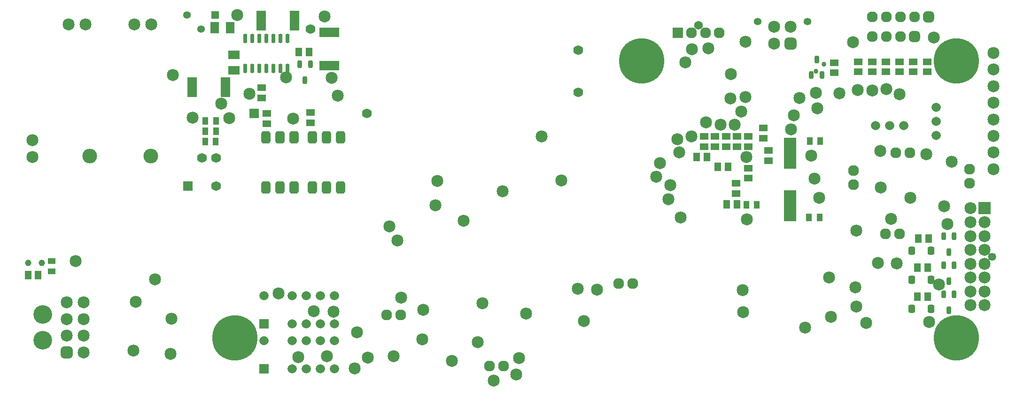
<source format=gbs>
G04*
G04 #@! TF.GenerationSoftware,Altium Limited,Altium Designer,22.11.1 (43)*
G04*
G04 Layer_Color=16711935*
%FSLAX44Y44*%
%MOMM*%
G71*
G04*
G04 #@! TF.SameCoordinates,CE3EE1F7-2002-4A30-8AAF-CFD3FAF0E8B6*
G04*
G04*
G04 #@! TF.FilePolarity,Negative*
G04*
G01*
G75*
%ADD44R,1.3100X1.5100*%
%ADD45R,1.5100X1.3100*%
%ADD46R,1.4600X1.0600*%
%ADD50R,1.0600X1.4600*%
G04:AMPARAMS|DCode=55|XSize=0.81mm|YSize=1.41mm|CornerRadius=0.2425mm|HoleSize=0mm|Usage=FLASHONLY|Rotation=180.000|XOffset=0mm|YOffset=0mm|HoleType=Round|Shape=RoundedRectangle|*
%AMROUNDEDRECTD55*
21,1,0.8100,0.9250,0,0,180.0*
21,1,0.3250,1.4100,0,0,180.0*
1,1,0.4850,-0.1625,0.4625*
1,1,0.4850,0.1625,0.4625*
1,1,0.4850,0.1625,-0.4625*
1,1,0.4850,-0.1625,-0.4625*
%
%ADD55ROUNDEDRECTD55*%
G04:AMPARAMS|DCode=66|XSize=1.46mm|YSize=1.26mm|CornerRadius=0.355mm|HoleSize=0mm|Usage=FLASHONLY|Rotation=90.000|XOffset=0mm|YOffset=0mm|HoleType=Round|Shape=RoundedRectangle|*
%AMROUNDEDRECTD66*
21,1,1.4600,0.5500,0,0,90.0*
21,1,0.7500,1.2600,0,0,90.0*
1,1,0.7100,0.2750,0.3750*
1,1,0.7100,0.2750,-0.3750*
1,1,0.7100,-0.2750,-0.3750*
1,1,0.7100,-0.2750,0.3750*
%
%ADD66ROUNDEDRECTD66*%
%ADD69C,1.6600*%
%ADD70R,1.6600X1.6600*%
%ADD71C,1.7600*%
%ADD72R,1.7600X1.7600*%
%ADD73C,3.3600*%
%ADD74C,2.1600*%
G04:AMPARAMS|DCode=75|XSize=2.16mm|YSize=2.16mm|CornerRadius=0.58mm|HoleSize=0mm|Usage=FLASHONLY|Rotation=180.000|XOffset=0mm|YOffset=0mm|HoleType=Round|Shape=RoundedRectangle|*
%AMROUNDEDRECTD75*
21,1,2.1600,1.0000,0,0,180.0*
21,1,1.0000,2.1600,0,0,180.0*
1,1,1.1600,-0.5000,0.5000*
1,1,1.1600,0.5000,0.5000*
1,1,1.1600,0.5000,-0.5000*
1,1,1.1600,-0.5000,-0.5000*
%
%ADD75ROUNDEDRECTD75*%
%ADD76C,1.5600*%
%ADD77R,1.9600X1.9600*%
%ADD78C,1.9600*%
%ADD79C,8.1600*%
%ADD80C,1.1600*%
%ADD81C,1.3600*%
%ADD82R,1.3600X1.3600*%
%ADD83C,1.4600*%
%ADD84R,2.1600X2.1600*%
G04:AMPARAMS|DCode=85|XSize=2.16mm|YSize=2.16mm|CornerRadius=0.58mm|HoleSize=0mm|Usage=FLASHONLY|Rotation=90.000|XOffset=0mm|YOffset=0mm|HoleType=Round|Shape=RoundedRectangle|*
%AMROUNDEDRECTD85*
21,1,2.1600,1.0000,0,0,90.0*
21,1,1.0000,2.1600,0,0,90.0*
1,1,1.1600,0.5000,0.5000*
1,1,1.1600,0.5000,-0.5000*
1,1,1.1600,-0.5000,-0.5000*
1,1,1.1600,-0.5000,0.5000*
%
%ADD85ROUNDEDRECTD85*%
G04:AMPARAMS|DCode=86|XSize=1.96mm|YSize=1.96mm|CornerRadius=0.53mm|HoleSize=0mm|Usage=FLASHONLY|Rotation=270.000|XOffset=0mm|YOffset=0mm|HoleType=Round|Shape=RoundedRectangle|*
%AMROUNDEDRECTD86*
21,1,1.9600,0.9000,0,0,270.0*
21,1,0.9000,1.9600,0,0,270.0*
1,1,1.0600,-0.4500,-0.4500*
1,1,1.0600,-0.4500,0.4500*
1,1,1.0600,0.4500,0.4500*
1,1,1.0600,0.4500,-0.4500*
%
%ADD86ROUNDEDRECTD86*%
%ADD87C,2.6600*%
%ADD88C,0.8600*%
%ADD125R,3.6600X1.6600*%
%ADD126R,1.6600X3.6600*%
G04:AMPARAMS|DCode=127|XSize=0.76mm|YSize=1.61mm|CornerRadius=0.23mm|HoleSize=0mm|Usage=FLASHONLY|Rotation=0.000|XOffset=0mm|YOffset=0mm|HoleType=Round|Shape=RoundedRectangle|*
%AMROUNDEDRECTD127*
21,1,0.7600,1.1500,0,0,0.0*
21,1,0.3000,1.6100,0,0,0.0*
1,1,0.4600,0.1500,-0.5750*
1,1,0.4600,-0.1500,-0.5750*
1,1,0.4600,-0.1500,0.5750*
1,1,0.4600,0.1500,0.5750*
%
%ADD127ROUNDEDRECTD127*%
%ADD128R,1.5600X2.1100*%
%ADD129R,2.1100X1.5600*%
%ADD130R,2.1600X5.6600*%
G04:AMPARAMS|DCode=131|XSize=1.66mm|YSize=2.26mm|CornerRadius=0.455mm|HoleSize=0mm|Usage=FLASHONLY|Rotation=180.000|XOffset=0mm|YOffset=0mm|HoleType=Round|Shape=RoundedRectangle|*
%AMROUNDEDRECTD131*
21,1,1.6600,1.3500,0,0,180.0*
21,1,0.7500,2.2600,0,0,180.0*
1,1,0.9100,-0.3750,0.6750*
1,1,0.9100,0.3750,0.6750*
1,1,0.9100,0.3750,-0.6750*
1,1,0.9100,-0.3750,-0.6750*
%
%ADD131ROUNDEDRECTD131*%
D44*
X45250Y213250D02*
D03*
X26750D02*
D03*
X1250750Y426500D02*
D03*
X1232250D02*
D03*
X1270000Y409000D02*
D03*
X1288500D02*
D03*
X1304250Y341000D02*
D03*
X1285750D02*
D03*
X1631310Y279040D02*
D03*
X1649810D02*
D03*
X1630040Y226630D02*
D03*
X1648540D02*
D03*
X1630040Y174300D02*
D03*
X1648540D02*
D03*
X514750Y616500D02*
D03*
X533250D02*
D03*
D45*
X535500Y506750D02*
D03*
Y488250D02*
D03*
X1647220Y598950D02*
D03*
Y580450D02*
D03*
X457000Y486750D02*
D03*
Y505250D02*
D03*
X448250Y552000D02*
D03*
Y533500D02*
D03*
X1480250Y578750D02*
D03*
Y597250D02*
D03*
X1361750Y420250D02*
D03*
Y438750D02*
D03*
X1352250Y460500D02*
D03*
Y479000D02*
D03*
X1597716Y580450D02*
D03*
Y598950D02*
D03*
X1622468Y580450D02*
D03*
Y598950D02*
D03*
X1303000Y360750D02*
D03*
Y379250D02*
D03*
X1572964Y580450D02*
D03*
Y598950D02*
D03*
X1548212Y580450D02*
D03*
Y598950D02*
D03*
X1523460Y580450D02*
D03*
Y598950D02*
D03*
X1324750Y406750D02*
D03*
Y388250D02*
D03*
X1325000Y445500D02*
D03*
Y464000D02*
D03*
X1305000Y445500D02*
D03*
Y464000D02*
D03*
X1285000Y445500D02*
D03*
Y464000D02*
D03*
X1265000D02*
D03*
Y445500D02*
D03*
X1245000D02*
D03*
Y464000D02*
D03*
D46*
X69250Y219750D02*
D03*
Y238750D02*
D03*
D50*
X1454570Y455490D02*
D03*
X1435570D02*
D03*
X1453300Y317060D02*
D03*
X1434300D02*
D03*
X346250Y454500D02*
D03*
X365250D02*
D03*
X346500Y473250D02*
D03*
X365500D02*
D03*
X346500Y491750D02*
D03*
X365500D02*
D03*
X1321500Y340750D02*
D03*
X1340500D02*
D03*
D55*
X1695810Y231080D02*
D03*
X1676810D02*
D03*
X1686310Y202580D02*
D03*
X516500Y594000D02*
D03*
X535500D02*
D03*
X526000Y565500D02*
D03*
X1457750Y574500D02*
D03*
X1448250Y603000D02*
D03*
X1438750Y574500D02*
D03*
X1686310Y254990D02*
D03*
X1676810Y283490D02*
D03*
X1695810D02*
D03*
X1686310Y150250D02*
D03*
X1676810Y178750D02*
D03*
X1695810D02*
D03*
D66*
X1619250Y257241D02*
D03*
X1654250D02*
D03*
Y204830D02*
D03*
X1619250D02*
D03*
Y152500D02*
D03*
X1654250D02*
D03*
D69*
X578700Y176250D02*
D03*
Y125450D02*
D03*
X527900Y176250D02*
D03*
Y125450D02*
D03*
X451700Y176250D02*
D03*
X502500D02*
D03*
X553300D02*
D03*
X502500Y125450D02*
D03*
X553300D02*
D03*
X1664000Y491000D02*
D03*
Y465600D02*
D03*
Y516400D02*
D03*
X578700Y95150D02*
D03*
Y44350D02*
D03*
X527900Y95150D02*
D03*
Y44350D02*
D03*
X451700Y95150D02*
D03*
X502500D02*
D03*
X553300D02*
D03*
X502500Y44350D02*
D03*
X553300D02*
D03*
X1579750Y483500D02*
D03*
X1605150D02*
D03*
X1554350D02*
D03*
D70*
X451700Y125450D02*
D03*
Y44350D02*
D03*
D71*
X535650Y657900D02*
D03*
X637250Y505500D02*
D03*
X1018250Y543600D02*
D03*
Y619800D02*
D03*
X365900Y374350D02*
D03*
X340500Y425150D02*
D03*
X365900D02*
D03*
D72*
X434050Y505500D02*
D03*
X315100Y374350D02*
D03*
D73*
X53500Y142500D02*
D03*
Y95500D02*
D03*
D74*
X1513750Y633750D02*
D03*
X1678250Y338000D02*
D03*
X1453000Y352750D02*
D03*
X1017500Y188750D02*
D03*
X323250Y498000D02*
D03*
X1300750Y484750D02*
D03*
X1312000Y509000D02*
D03*
X1293000Y532750D02*
D03*
X1322000Y426500D02*
D03*
X1447000Y543000D02*
D03*
X678250Y301250D02*
D03*
X764250Y383750D02*
D03*
X585000Y538000D02*
D03*
X287500Y574750D02*
D03*
X374750Y523000D02*
D03*
X389750Y496750D02*
D03*
X425750Y540750D02*
D03*
X492000Y570250D02*
D03*
X574000Y569500D02*
D03*
X221250Y164750D02*
D03*
X255750Y205500D02*
D03*
X285000Y134500D02*
D03*
X283500Y71500D02*
D03*
X216500Y76750D02*
D03*
X513500Y65000D02*
D03*
X565500Y66500D02*
D03*
X639500Y64250D02*
D03*
X739500Y151000D02*
D03*
X952500Y463750D02*
D03*
X1252750Y623500D02*
D03*
X1223250Y621500D02*
D03*
X1417000Y533000D02*
D03*
X1522000Y548000D02*
D03*
X1548750Y547000D02*
D03*
X1574250Y549750D02*
D03*
X1597500Y539750D02*
D03*
X1562750Y438000D02*
D03*
X1402000Y476500D02*
D03*
X1222500Y464250D02*
D03*
X1197250Y459250D02*
D03*
X1200500Y434750D02*
D03*
X1166000Y415750D02*
D03*
X1158750Y391500D02*
D03*
X1184250Y375750D02*
D03*
X1203250Y317750D02*
D03*
X1322500Y313750D02*
D03*
X1315500Y146750D02*
D03*
X1474250Y137750D02*
D03*
X1519750Y156500D02*
D03*
X1519500Y294000D02*
D03*
X1563750Y371750D02*
D03*
X1616750Y352750D02*
D03*
X1691500Y418500D02*
D03*
X1646250Y431750D02*
D03*
X987750Y384000D02*
D03*
X1537250Y127250D02*
D03*
X1517750Y191000D02*
D03*
X1427250Y118750D02*
D03*
X1470750Y208750D02*
D03*
X1406750Y502000D02*
D03*
X1449500Y514750D02*
D03*
X1052750Y187250D02*
D03*
X924250Y143750D02*
D03*
X911500Y63250D02*
D03*
X882250Y364750D02*
D03*
X812000Y311500D02*
D03*
X1582500Y315250D02*
D03*
X1684000Y305250D02*
D03*
X1669000Y196000D02*
D03*
X1651000Y128500D02*
D03*
X1028250Y130250D02*
D03*
X1444250Y387750D02*
D03*
X404000Y683000D02*
D03*
X504250Y496000D02*
D03*
X761250Y339500D02*
D03*
X619750Y110250D02*
D03*
X542000Y147750D02*
D03*
X577000Y147500D02*
D03*
X478000Y180500D02*
D03*
X837500Y92000D02*
D03*
X699250Y172500D02*
D03*
X686000Y66750D02*
D03*
X790750Y58000D02*
D03*
X737000Y97250D02*
D03*
X1181000Y350750D02*
D03*
X1438720Y428820D02*
D03*
X1211500Y597750D02*
D03*
X1319500Y634750D02*
D03*
X1249000Y489000D02*
D03*
X1275000Y484750D02*
D03*
X1293500Y576750D02*
D03*
X1319500Y535000D02*
D03*
X1659500Y642250D02*
D03*
X615250Y44500D02*
D03*
X866250Y22750D02*
D03*
X906750Y33750D02*
D03*
X1315250Y186250D02*
D03*
X1489500Y541750D02*
D03*
X845750Y162250D02*
D03*
X112250Y239000D02*
D03*
X1558750Y235750D02*
D03*
X1592500Y234500D02*
D03*
X692250Y276000D02*
D03*
X561000Y681000D02*
D03*
X96700Y164000D02*
D03*
Y104000D02*
D03*
X126700Y164000D02*
D03*
Y104000D02*
D03*
Y74000D02*
D03*
Y134000D02*
D03*
X96700D02*
D03*
X1767250Y614750D02*
D03*
Y584750D02*
D03*
Y554750D02*
D03*
Y524750D02*
D03*
Y494750D02*
D03*
Y464750D02*
D03*
Y404750D02*
D03*
Y434750D02*
D03*
X34500Y427000D02*
D03*
Y457000D02*
D03*
X1371500Y631850D02*
D03*
X1401500Y661850D02*
D03*
X218750Y666250D02*
D03*
X248750D02*
D03*
X100250D02*
D03*
X130250D02*
D03*
X1725500Y284000D02*
D03*
Y259000D02*
D03*
X1750500Y159000D02*
D03*
Y284000D02*
D03*
Y309000D02*
D03*
X1725500D02*
D03*
Y334000D02*
D03*
X1750500Y259000D02*
D03*
X1725500Y234000D02*
D03*
X1750500D02*
D03*
X1725500Y209000D02*
D03*
X1750500D02*
D03*
X1725500Y184000D02*
D03*
X1750500D02*
D03*
X1725500Y159000D02*
D03*
X1371500Y661850D02*
D03*
D75*
X96700Y74000D02*
D03*
D76*
X1235250Y664650D02*
D03*
D77*
X1197750Y651250D02*
D03*
D78*
X1272750D02*
D03*
X1247750D02*
D03*
X1222750D02*
D03*
X1091550Y197750D02*
D03*
X1116950D02*
D03*
X1724000Y405000D02*
D03*
Y379600D02*
D03*
X1616200Y434250D02*
D03*
X1590800D02*
D03*
X858300Y48750D02*
D03*
X883700D02*
D03*
X1597650Y287500D02*
D03*
X1572250D02*
D03*
X1514250Y402200D02*
D03*
Y376800D02*
D03*
X1599500Y644000D02*
D03*
X1574100D02*
D03*
X1548700D02*
D03*
X1599500Y679750D02*
D03*
X1624900D02*
D03*
X1574100D02*
D03*
X1548700D02*
D03*
X673050Y141500D02*
D03*
X698450D02*
D03*
D79*
X400000Y100000D02*
D03*
X1132500Y600000D02*
D03*
X1700000D02*
D03*
Y100000D02*
D03*
D80*
X26750Y235000D02*
D03*
X51750D02*
D03*
D81*
X339000Y658000D02*
D03*
X313600Y683400D02*
D03*
X1341500Y671250D02*
D03*
X1431500D02*
D03*
D82*
X364400Y683400D02*
D03*
D83*
X1764305Y246500D02*
D03*
D84*
X1750500Y334000D02*
D03*
D85*
X1401500Y631850D02*
D03*
D86*
X1624900Y644000D02*
D03*
X1650300Y679750D02*
D03*
D87*
X248250Y428500D02*
D03*
X138250D02*
D03*
D88*
X1447000Y581250D02*
D03*
X1461000Y594250D02*
D03*
D125*
X570000Y652000D02*
D03*
Y592000D02*
D03*
D126*
X507000Y673000D02*
D03*
X447000D02*
D03*
X382750Y552750D02*
D03*
X322750D02*
D03*
D127*
X418400Y641000D02*
D03*
X431100D02*
D03*
X443800D02*
D03*
X456500D02*
D03*
X469200D02*
D03*
X481900D02*
D03*
X494600D02*
D03*
X418400Y586500D02*
D03*
X431100D02*
D03*
X443800D02*
D03*
X456500D02*
D03*
X469200D02*
D03*
X481900D02*
D03*
X494600D02*
D03*
D128*
X363000Y660000D02*
D03*
X391000D02*
D03*
D129*
X398000Y583000D02*
D03*
Y611000D02*
D03*
D130*
X1400450Y338594D02*
D03*
Y433594D02*
D03*
D131*
X506150Y371250D02*
D03*
X480750D02*
D03*
X455350D02*
D03*
X506150Y462250D02*
D03*
X480750D02*
D03*
X455350D02*
D03*
X590150Y371500D02*
D03*
X564750D02*
D03*
X539350D02*
D03*
X590150Y462500D02*
D03*
X564750D02*
D03*
X539350D02*
D03*
M02*

</source>
